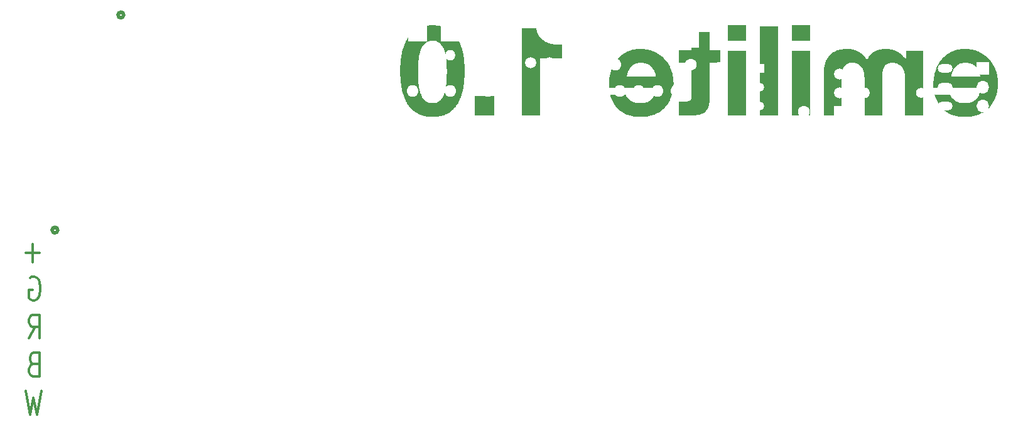
<source format=gbo>
G04 #@! TF.GenerationSoftware,KiCad,Pcbnew,7.0.10*
G04 #@! TF.CreationDate,2024-02-18T19:41:56-05:00*
G04 #@! TF.ProjectId,linearlight,6c696e65-6172-46c6-9967-68742e6b6963,rev?*
G04 #@! TF.SameCoordinates,Original*
G04 #@! TF.FileFunction,Legend,Bot*
G04 #@! TF.FilePolarity,Positive*
%FSLAX46Y46*%
G04 Gerber Fmt 4.6, Leading zero omitted, Abs format (unit mm)*
G04 Created by KiCad (PCBNEW 7.0.10) date 2024-02-18 19:41:56*
%MOMM*%
%LPD*%
G01*
G04 APERTURE LIST*
%ADD10C,0.300000*%
%ADD11C,0.200000*%
%ADD12C,0.508000*%
%ADD13C,1.600000*%
%ADD14C,1.400000*%
%ADD15O,1.400000X1.400000*%
%ADD16R,2.400000X2.400000*%
%ADD17C,2.400000*%
%ADD18O,2.400000X2.400000*%
%ADD19R,1.700000X1.700000*%
%ADD20O,1.700000X1.700000*%
%ADD21R,1.600000X1.600000*%
%ADD22O,1.600000X1.600000*%
%ADD23R,1.500000X1.500000*%
%ADD24C,1.500000*%
%ADD25R,1.800000X1.800000*%
%ADD26C,1.800000*%
%ADD27R,2.500000X2.500000*%
%ADD28C,1.803400*%
%ADD29C,3.784600*%
%ADD30C,2.000000*%
%ADD31C,3.200000*%
%ADD32R,1.905000X2.000000*%
%ADD33O,1.905000X2.000000*%
%ADD34C,5.000000*%
%ADD35C,2.286000*%
%ADD36C,2.794000*%
%ADD37C,4.572000*%
%ADD38R,2.000000X1.200000*%
%ADD39O,2.000000X1.200000*%
G04 APERTURE END LIST*
D10*
X128747393Y-119370733D02*
X126842632Y-119370733D01*
X127795012Y-120589780D02*
X127795012Y-118151685D01*
X127437870Y-122694161D02*
X127675965Y-122541780D01*
X127675965Y-122541780D02*
X128033108Y-122541780D01*
X128033108Y-122541780D02*
X128390251Y-122694161D01*
X128390251Y-122694161D02*
X128628346Y-122998923D01*
X128628346Y-122998923D02*
X128747393Y-123303685D01*
X128747393Y-123303685D02*
X128866441Y-123913209D01*
X128866441Y-123913209D02*
X128866441Y-124370352D01*
X128866441Y-124370352D02*
X128747393Y-124979876D01*
X128747393Y-124979876D02*
X128628346Y-125284638D01*
X128628346Y-125284638D02*
X128390251Y-125589400D01*
X128390251Y-125589400D02*
X128033108Y-125741780D01*
X128033108Y-125741780D02*
X127795012Y-125741780D01*
X127795012Y-125741780D02*
X127437870Y-125589400D01*
X127437870Y-125589400D02*
X127318822Y-125437019D01*
X127318822Y-125437019D02*
X127318822Y-124370352D01*
X127318822Y-124370352D02*
X127795012Y-124370352D01*
X127318822Y-130893780D02*
X128152155Y-129369971D01*
X128747393Y-130893780D02*
X128747393Y-127693780D01*
X128747393Y-127693780D02*
X127795012Y-127693780D01*
X127795012Y-127693780D02*
X127556917Y-127846161D01*
X127556917Y-127846161D02*
X127437870Y-127998542D01*
X127437870Y-127998542D02*
X127318822Y-128303304D01*
X127318822Y-128303304D02*
X127318822Y-128760447D01*
X127318822Y-128760447D02*
X127437870Y-129065209D01*
X127437870Y-129065209D02*
X127556917Y-129217590D01*
X127556917Y-129217590D02*
X127795012Y-129369971D01*
X127795012Y-129369971D02*
X128747393Y-129369971D01*
X127914060Y-134369590D02*
X127556917Y-134521971D01*
X127556917Y-134521971D02*
X127437870Y-134674352D01*
X127437870Y-134674352D02*
X127318822Y-134979114D01*
X127318822Y-134979114D02*
X127318822Y-135436257D01*
X127318822Y-135436257D02*
X127437870Y-135741019D01*
X127437870Y-135741019D02*
X127556917Y-135893400D01*
X127556917Y-135893400D02*
X127795012Y-136045780D01*
X127795012Y-136045780D02*
X128747393Y-136045780D01*
X128747393Y-136045780D02*
X128747393Y-132845780D01*
X128747393Y-132845780D02*
X127914060Y-132845780D01*
X127914060Y-132845780D02*
X127675965Y-132998161D01*
X127675965Y-132998161D02*
X127556917Y-133150542D01*
X127556917Y-133150542D02*
X127437870Y-133455304D01*
X127437870Y-133455304D02*
X127437870Y-133760066D01*
X127437870Y-133760066D02*
X127556917Y-134064828D01*
X127556917Y-134064828D02*
X127675965Y-134217209D01*
X127675965Y-134217209D02*
X127914060Y-134369590D01*
X127914060Y-134369590D02*
X128747393Y-134369590D01*
X128985489Y-137997780D02*
X128390251Y-141197780D01*
X128390251Y-141197780D02*
X127914060Y-138912066D01*
X127914060Y-138912066D02*
X127437870Y-141197780D01*
X127437870Y-141197780D02*
X126842632Y-137997780D01*
D11*
G36*
X253621493Y-91827616D02*
G01*
X253743996Y-91831772D01*
X253865126Y-91838699D01*
X253984881Y-91848396D01*
X254103262Y-91860864D01*
X254220270Y-91876103D01*
X254393205Y-91904155D01*
X254563049Y-91938442D01*
X254729802Y-91978962D01*
X254893464Y-92025717D01*
X255054035Y-92078705D01*
X255211514Y-92137927D01*
X255314783Y-92180872D01*
X255466123Y-92249685D01*
X255613496Y-92323136D01*
X255756902Y-92401223D01*
X255896341Y-92483947D01*
X256031812Y-92571307D01*
X256163317Y-92663305D01*
X256290855Y-92759939D01*
X256414426Y-92861210D01*
X256534029Y-92967118D01*
X256649666Y-93077663D01*
X256724553Y-93153935D01*
X256832668Y-93271349D01*
X256936094Y-93392782D01*
X257034832Y-93518233D01*
X257128882Y-93647703D01*
X257218243Y-93781191D01*
X257302916Y-93918698D01*
X257382901Y-94060223D01*
X257458197Y-94205767D01*
X257528805Y-94355330D01*
X257594725Y-94508911D01*
X257636067Y-94613531D01*
X257693160Y-94773011D01*
X257744637Y-94934912D01*
X257790498Y-95099235D01*
X257830744Y-95265980D01*
X257865374Y-95435145D01*
X257894388Y-95606733D01*
X257917787Y-95780741D01*
X257930266Y-95898092D01*
X257940250Y-96016520D01*
X257947737Y-96136023D01*
X257952729Y-96256603D01*
X257955225Y-96378259D01*
X257955537Y-96439490D01*
X257954323Y-96565588D01*
X257950683Y-96690358D01*
X257944615Y-96813800D01*
X257936120Y-96935914D01*
X257925197Y-97056699D01*
X257911848Y-97176157D01*
X257896071Y-97294287D01*
X257877868Y-97411088D01*
X257857237Y-97526562D01*
X257821739Y-97697282D01*
X257780781Y-97865013D01*
X257734362Y-98029757D01*
X257682481Y-98191513D01*
X257644860Y-98297690D01*
X257583766Y-98453898D01*
X257518086Y-98605985D01*
X257447822Y-98753951D01*
X257372972Y-98897794D01*
X257293537Y-99037517D01*
X257209516Y-99173117D01*
X257120910Y-99304596D01*
X257027719Y-99431953D01*
X256929943Y-99555189D01*
X256827581Y-99674303D01*
X256756793Y-99751423D01*
X256646866Y-99862758D01*
X256532509Y-99969250D01*
X256413721Y-100070898D01*
X256290503Y-100167704D01*
X256162853Y-100259668D01*
X256030773Y-100346788D01*
X255894263Y-100429065D01*
X255753321Y-100506500D01*
X255607949Y-100579091D01*
X255458146Y-100646840D01*
X255355816Y-100689316D01*
X255199041Y-100747980D01*
X255038659Y-100800874D01*
X254874671Y-100847997D01*
X254707076Y-100889351D01*
X254535876Y-100924934D01*
X254419738Y-100945450D01*
X254301998Y-100963402D01*
X254182655Y-100978789D01*
X254061709Y-100991612D01*
X253939160Y-101001870D01*
X253815008Y-101009564D01*
X253689254Y-101014693D01*
X253561896Y-101017257D01*
X253497616Y-101017578D01*
X253313587Y-101014865D01*
X253132992Y-101006724D01*
X252955832Y-100993158D01*
X252782107Y-100974164D01*
X252611816Y-100949743D01*
X252444960Y-100919896D01*
X252281539Y-100884622D01*
X252121552Y-100843921D01*
X251965000Y-100797794D01*
X251811883Y-100746239D01*
X251662200Y-100689258D01*
X251515952Y-100626851D01*
X251373139Y-100559016D01*
X251233760Y-100485754D01*
X251097816Y-100407066D01*
X250965307Y-100322951D01*
X250836621Y-100232540D01*
X250712149Y-100134961D01*
X250591890Y-100030215D01*
X250475844Y-99918302D01*
X250364011Y-99799222D01*
X250256392Y-99672975D01*
X250152985Y-99539561D01*
X250053792Y-99398981D01*
X249958812Y-99251233D01*
X249868046Y-99096318D01*
X249781492Y-98934236D01*
X249699152Y-98764987D01*
X249621024Y-98588571D01*
X249547110Y-98404989D01*
X249477410Y-98214239D01*
X249411922Y-98016322D01*
X251522180Y-98016322D01*
X251569607Y-98141644D01*
X251636784Y-98264820D01*
X251704744Y-98361815D01*
X251785344Y-98457436D01*
X251878584Y-98551683D01*
X251984463Y-98644556D01*
X252102982Y-98736056D01*
X252166981Y-98781290D01*
X252266604Y-98845716D01*
X252369833Y-98903805D01*
X252476668Y-98955557D01*
X252587110Y-99000972D01*
X252701158Y-99040050D01*
X252818812Y-99072791D01*
X252940073Y-99099195D01*
X253064940Y-99119262D01*
X253193414Y-99132992D01*
X253325494Y-99140385D01*
X253415551Y-99141793D01*
X253540115Y-99139892D01*
X253661015Y-99134191D01*
X253778251Y-99124688D01*
X253947237Y-99103308D01*
X254107979Y-99073374D01*
X254260478Y-99034889D01*
X254404734Y-98987851D01*
X254540747Y-98932261D01*
X254668517Y-98868119D01*
X254788043Y-98795424D01*
X254899326Y-98714177D01*
X254968935Y-98655261D01*
X255065750Y-98558232D01*
X255153961Y-98450693D01*
X255233568Y-98332643D01*
X255304571Y-98204084D01*
X255366970Y-98065014D01*
X255420765Y-97915434D01*
X255465957Y-97755345D01*
X255502545Y-97584745D01*
X255522157Y-97465173D01*
X255537945Y-97340929D01*
X255549909Y-97212015D01*
X255558049Y-97078429D01*
X249262445Y-97078429D01*
X249255210Y-96950534D01*
X249250355Y-96823302D01*
X249247882Y-96696735D01*
X249247791Y-96570832D01*
X249250081Y-96445592D01*
X249254752Y-96321017D01*
X249261804Y-96197106D01*
X249271238Y-96073859D01*
X249283053Y-95951275D01*
X249297250Y-95829356D01*
X249313828Y-95708101D01*
X249332787Y-95587510D01*
X249334515Y-95577801D01*
X251657002Y-95577801D01*
X255558049Y-95577801D01*
X255544677Y-95446093D01*
X255525463Y-95323937D01*
X255499236Y-95195328D01*
X255471175Y-95079958D01*
X255449605Y-95000411D01*
X255409694Y-94879648D01*
X255360304Y-94761359D01*
X255301434Y-94645542D01*
X255233084Y-94532198D01*
X255155254Y-94421327D01*
X255127205Y-94384919D01*
X255036220Y-94279406D01*
X254952372Y-94196516D01*
X254861224Y-94118206D01*
X254762778Y-94044475D01*
X254657033Y-93975324D01*
X254543990Y-93910752D01*
X254520505Y-93898387D01*
X254396714Y-93841816D01*
X254263478Y-93794832D01*
X254150088Y-93764149D01*
X254030654Y-93739603D01*
X253905174Y-93721193D01*
X253773649Y-93708920D01*
X253636079Y-93702783D01*
X253565027Y-93702016D01*
X253404629Y-93706215D01*
X253252061Y-93718812D01*
X253107324Y-93739806D01*
X252970418Y-93769198D01*
X252841343Y-93806988D01*
X252720100Y-93853176D01*
X252606687Y-93907761D01*
X252501106Y-93970744D01*
X252403355Y-94042125D01*
X252313435Y-94121904D01*
X252257840Y-94179755D01*
X252179349Y-94273221D01*
X252105444Y-94374466D01*
X252036123Y-94483491D01*
X251971389Y-94600296D01*
X251911239Y-94724880D01*
X251855675Y-94857243D01*
X251804696Y-94997386D01*
X251758302Y-95145308D01*
X251716494Y-95301010D01*
X251679270Y-95464492D01*
X251657002Y-95577801D01*
X249334515Y-95577801D01*
X249354128Y-95467583D01*
X249377850Y-95348320D01*
X249403954Y-95229721D01*
X249432438Y-95111786D01*
X249462915Y-94994984D01*
X249495728Y-94879786D01*
X249530876Y-94766190D01*
X249568360Y-94654197D01*
X249608179Y-94543807D01*
X249672287Y-94381227D01*
X249741650Y-94222254D01*
X249816268Y-94066886D01*
X249896141Y-93915126D01*
X249981269Y-93766971D01*
X250071653Y-93622424D01*
X250167291Y-93481482D01*
X250200338Y-93435303D01*
X250302408Y-93299994D01*
X250409681Y-93169941D01*
X250522157Y-93045142D01*
X250639838Y-92925599D01*
X250762721Y-92811310D01*
X250890809Y-92702277D01*
X251024099Y-92598498D01*
X251162594Y-92499975D01*
X251306292Y-92406707D01*
X251455193Y-92318693D01*
X251557351Y-92262937D01*
X251714848Y-92184893D01*
X251822650Y-92137128D01*
X251932697Y-92092775D01*
X252044988Y-92051834D01*
X252159522Y-92014305D01*
X252276301Y-91980187D01*
X252395324Y-91949481D01*
X252516590Y-91922187D01*
X252640101Y-91898305D01*
X252765855Y-91877834D01*
X252893854Y-91860775D01*
X253024096Y-91847128D01*
X253156583Y-91836893D01*
X253291313Y-91830069D01*
X253428288Y-91826658D01*
X253497616Y-91826231D01*
X253621493Y-91827616D01*
G37*
G36*
X247829228Y-92051912D02*
G01*
X247829228Y-100830000D01*
X245431741Y-100830000D01*
X245431741Y-95727278D01*
X245430118Y-95608018D01*
X245422905Y-95455816D01*
X245409922Y-95311400D01*
X245391169Y-95174769D01*
X245366645Y-95045923D01*
X245336351Y-94924863D01*
X245300287Y-94811588D01*
X245247093Y-94680942D01*
X245186686Y-94560113D01*
X245122701Y-94448586D01*
X245055138Y-94346362D01*
X244969340Y-94235972D01*
X244878390Y-94138977D01*
X244798663Y-94068381D01*
X244700226Y-93992990D01*
X244600552Y-93927284D01*
X244482703Y-93862870D01*
X244363171Y-93811639D01*
X244259375Y-93778220D01*
X244142748Y-93748527D01*
X244022168Y-93723523D01*
X243902719Y-93706779D01*
X243810945Y-93702016D01*
X243671727Y-93705085D01*
X243541301Y-93714289D01*
X243419668Y-93729631D01*
X243279992Y-93757437D01*
X243154054Y-93794832D01*
X243041855Y-93841816D01*
X242943394Y-93898387D01*
X242838362Y-93976457D01*
X242745283Y-94063389D01*
X242664156Y-94159182D01*
X242594982Y-94263836D01*
X242537761Y-94377352D01*
X242521343Y-94417159D01*
X242477894Y-94540223D01*
X242442071Y-94667615D01*
X242413872Y-94799334D01*
X242393299Y-94935382D01*
X242380350Y-95075756D01*
X242377728Y-95123510D01*
X242372662Y-95242864D01*
X242368454Y-95362791D01*
X242365106Y-95483291D01*
X242362616Y-95604363D01*
X242360984Y-95726007D01*
X242360211Y-95848224D01*
X242360143Y-95897271D01*
X242360143Y-100830000D01*
X239962655Y-100830000D01*
X239962655Y-95929511D01*
X239961224Y-95802414D01*
X239956930Y-95675747D01*
X239949775Y-95549508D01*
X239939757Y-95423699D01*
X239926877Y-95298320D01*
X239911135Y-95173370D01*
X239904036Y-95123510D01*
X239882856Y-95000177D01*
X239855951Y-94881137D01*
X239823322Y-94766390D01*
X239776610Y-94634362D01*
X239721656Y-94508516D01*
X239669563Y-94408367D01*
X239597779Y-94294885D01*
X239516515Y-94189647D01*
X239425771Y-94092652D01*
X239325547Y-94003900D01*
X239215844Y-93923392D01*
X239177170Y-93898387D01*
X239074445Y-93841816D01*
X238962274Y-93794832D01*
X238840658Y-93757437D01*
X238709597Y-93729631D01*
X238569091Y-93711413D01*
X238449885Y-93703742D01*
X238356514Y-93702016D01*
X238233736Y-93704672D01*
X238089408Y-93715463D01*
X237955242Y-93734554D01*
X237831236Y-93761945D01*
X237717391Y-93797637D01*
X237594190Y-93851424D01*
X237556374Y-93872009D01*
X237450415Y-93939981D01*
X237354553Y-94016403D01*
X237268790Y-94101273D01*
X237193124Y-94194593D01*
X237127556Y-94296362D01*
X237107944Y-94332163D01*
X237055016Y-94443583D01*
X237010537Y-94562423D01*
X236974508Y-94688681D01*
X236946927Y-94822358D01*
X236930398Y-94939423D01*
X236923297Y-95012135D01*
X236913165Y-95135239D01*
X236904750Y-95260919D01*
X236898052Y-95389175D01*
X236893072Y-95520007D01*
X236889809Y-95653415D01*
X236888263Y-95789400D01*
X236888126Y-95844515D01*
X236888126Y-100830000D01*
X234493569Y-100830000D01*
X234493569Y-94962309D01*
X234495655Y-94805654D01*
X234501915Y-94653327D01*
X234512348Y-94505327D01*
X234526954Y-94361655D01*
X234545733Y-94222311D01*
X234568685Y-94087294D01*
X234595810Y-93956605D01*
X234627109Y-93830244D01*
X234662580Y-93708210D01*
X234702225Y-93590504D01*
X234730973Y-93514438D01*
X234776585Y-93403266D01*
X234825495Y-93296165D01*
X234895837Y-93159694D01*
X234972041Y-93030459D01*
X235054106Y-92908460D01*
X235142034Y-92793696D01*
X235235823Y-92686168D01*
X235335474Y-92585876D01*
X235387498Y-92538443D01*
X235495667Y-92448547D01*
X235609148Y-92364970D01*
X235727942Y-92287713D01*
X235852048Y-92216775D01*
X235981466Y-92152158D01*
X236116196Y-92093860D01*
X236256239Y-92041882D01*
X236401594Y-91996224D01*
X236550521Y-91956382D01*
X236702745Y-91921852D01*
X236819078Y-91899441D01*
X236937264Y-91880018D01*
X237057306Y-91863583D01*
X237179202Y-91850136D01*
X237302953Y-91839678D01*
X237428559Y-91832207D01*
X237556019Y-91827725D01*
X237685334Y-91826231D01*
X237854105Y-91830069D01*
X238018600Y-91841584D01*
X238178819Y-91860775D01*
X238334761Y-91887643D01*
X238486427Y-91922187D01*
X238633817Y-91964408D01*
X238776931Y-92014305D01*
X238915769Y-92071878D01*
X239050330Y-92137128D01*
X239180616Y-92210055D01*
X239265097Y-92262937D01*
X239387397Y-92345455D01*
X239504802Y-92430343D01*
X239617314Y-92517601D01*
X239724930Y-92607228D01*
X239827652Y-92699226D01*
X239925480Y-92793593D01*
X240018414Y-92890330D01*
X240106453Y-92989438D01*
X240189597Y-93090915D01*
X240267848Y-93194762D01*
X240317295Y-93265310D01*
X240386676Y-93119010D01*
X240461826Y-92981263D01*
X240542747Y-92852068D01*
X240629438Y-92731426D01*
X240721899Y-92619335D01*
X240820130Y-92515797D01*
X240924132Y-92420812D01*
X241033904Y-92334378D01*
X241149446Y-92256497D01*
X241270758Y-92187169D01*
X241354839Y-92145701D01*
X241484171Y-92088608D01*
X241616080Y-92037131D01*
X241750564Y-91991270D01*
X241887624Y-91951024D01*
X242027261Y-91916394D01*
X242169473Y-91887380D01*
X242314261Y-91863981D01*
X242461625Y-91846198D01*
X242611566Y-91834031D01*
X242764082Y-91827479D01*
X242867191Y-91826231D01*
X243026533Y-91829477D01*
X243182527Y-91839214D01*
X243335172Y-91855443D01*
X243484469Y-91878163D01*
X243630416Y-91907375D01*
X243773015Y-91943078D01*
X243912265Y-91985273D01*
X244048166Y-92033960D01*
X244180718Y-92089138D01*
X244309922Y-92150807D01*
X244394197Y-92195526D01*
X244517244Y-92266899D01*
X244636890Y-92343629D01*
X244753137Y-92425718D01*
X244865983Y-92513164D01*
X244975428Y-92605969D01*
X245081473Y-92704132D01*
X245184118Y-92807652D01*
X245283363Y-92916531D01*
X245379207Y-93030768D01*
X245471651Y-93150363D01*
X245531392Y-93233070D01*
X245566563Y-93233070D01*
X245566563Y-92051912D01*
X247829228Y-92051912D01*
G37*
G36*
X230214434Y-90700760D02*
G01*
X230214434Y-88637397D01*
X232611922Y-88637397D01*
X232611922Y-90700760D01*
X230214434Y-90700760D01*
G37*
G36*
X232611922Y-92101737D02*
G01*
X232611922Y-100830000D01*
X230214434Y-100830000D01*
X230214434Y-92101737D01*
X232611922Y-92101737D01*
G37*
G36*
X228285893Y-88824975D02*
G01*
X228285893Y-100830000D01*
X225888405Y-100830000D01*
X225888405Y-88824975D01*
X228285893Y-88824975D01*
G37*
G36*
X221562376Y-90700760D02*
G01*
X221562376Y-88637397D01*
X223959863Y-88637397D01*
X223959863Y-90700760D01*
X221562376Y-90700760D01*
G37*
G36*
X223959863Y-92101737D02*
G01*
X223959863Y-100830000D01*
X221562376Y-100830000D01*
X221562376Y-92101737D01*
X223959863Y-92101737D01*
G37*
G36*
X216661887Y-92013810D02*
G01*
X216661887Y-89575289D01*
X219059375Y-89575289D01*
X219059375Y-92013810D01*
X220510177Y-92013810D01*
X220510177Y-93702016D01*
X219059375Y-93702016D01*
X219059375Y-98793014D01*
X219057443Y-98912824D01*
X219048856Y-99065758D01*
X219033400Y-99210907D01*
X219011075Y-99348271D01*
X218981880Y-99477849D01*
X218945816Y-99599642D01*
X218902883Y-99713650D01*
X218853080Y-99819873D01*
X218839556Y-99845212D01*
X218766999Y-99966184D01*
X218686714Y-100078140D01*
X218598700Y-100181080D01*
X218502959Y-100275003D01*
X218399490Y-100359911D01*
X218288293Y-100435803D01*
X218241650Y-100463635D01*
X218119719Y-100527978D01*
X217992064Y-100585451D01*
X217858685Y-100636055D01*
X217719581Y-100679790D01*
X217604176Y-100709832D01*
X217485108Y-100735478D01*
X217362376Y-100756727D01*
X217236896Y-100773900D01*
X217109584Y-100788784D01*
X216980441Y-100801377D01*
X216849466Y-100811681D01*
X216716659Y-100819696D01*
X216582020Y-100825420D01*
X216445549Y-100828855D01*
X216307247Y-100830000D01*
X216173741Y-100830000D01*
X216039205Y-100830000D01*
X215903639Y-100830000D01*
X215767042Y-100830000D01*
X215629415Y-100830000D01*
X215583311Y-100830000D01*
X215446096Y-100830000D01*
X215313621Y-100830000D01*
X215185886Y-100830000D01*
X215062890Y-100830000D01*
X214944635Y-100830000D01*
X214906270Y-100830000D01*
X214906270Y-98886803D01*
X215024871Y-98908905D01*
X215146937Y-98926852D01*
X215260910Y-98939560D01*
X215378318Y-98947288D01*
X215499734Y-98952154D01*
X215625156Y-98954157D01*
X215650722Y-98954214D01*
X215796077Y-98951100D01*
X215928792Y-98941758D01*
X216048868Y-98926188D01*
X216181189Y-98897966D01*
X216293760Y-98860013D01*
X216402776Y-98801624D01*
X216459654Y-98754912D01*
X216538454Y-98648644D01*
X216590592Y-98527194D01*
X216623178Y-98404576D01*
X216645890Y-98262496D01*
X216656950Y-98134818D01*
X216661690Y-97994684D01*
X216661887Y-97957704D01*
X216661887Y-93702016D01*
X214906270Y-93702016D01*
X214906270Y-92013810D01*
X216661887Y-92013810D01*
G37*
G36*
X209880530Y-91827616D02*
G01*
X210003033Y-91831772D01*
X210124163Y-91838699D01*
X210243918Y-91848396D01*
X210362299Y-91860864D01*
X210479307Y-91876103D01*
X210652242Y-91904155D01*
X210822086Y-91938442D01*
X210988839Y-91978962D01*
X211152501Y-92025717D01*
X211313072Y-92078705D01*
X211470551Y-92137927D01*
X211573820Y-92180872D01*
X211725160Y-92249685D01*
X211872533Y-92323136D01*
X212015939Y-92401223D01*
X212155378Y-92483947D01*
X212290849Y-92571307D01*
X212422354Y-92663305D01*
X212549892Y-92759939D01*
X212673463Y-92861210D01*
X212793066Y-92967118D01*
X212908703Y-93077663D01*
X212983590Y-93153935D01*
X213091705Y-93271349D01*
X213195131Y-93392782D01*
X213293869Y-93518233D01*
X213387919Y-93647703D01*
X213477280Y-93781191D01*
X213561953Y-93918698D01*
X213641938Y-94060223D01*
X213717234Y-94205767D01*
X213787842Y-94355330D01*
X213853762Y-94508911D01*
X213895104Y-94613531D01*
X213952197Y-94773011D01*
X214003674Y-94934912D01*
X214049535Y-95099235D01*
X214089781Y-95265980D01*
X214124411Y-95435145D01*
X214153425Y-95606733D01*
X214176824Y-95780741D01*
X214189303Y-95898092D01*
X214199287Y-96016520D01*
X214206774Y-96136023D01*
X214211766Y-96256603D01*
X214214262Y-96378259D01*
X214214574Y-96439490D01*
X214213360Y-96565588D01*
X214209719Y-96690358D01*
X214203652Y-96813800D01*
X214195157Y-96935914D01*
X214184234Y-97056699D01*
X214170885Y-97176157D01*
X214155108Y-97294287D01*
X214136905Y-97411088D01*
X214116274Y-97526562D01*
X214080776Y-97697282D01*
X214039818Y-97865013D01*
X213993399Y-98029757D01*
X213941518Y-98191513D01*
X213903897Y-98297690D01*
X213842803Y-98453898D01*
X213777123Y-98605985D01*
X213706859Y-98753951D01*
X213632009Y-98897794D01*
X213552574Y-99037517D01*
X213468553Y-99173117D01*
X213379947Y-99304596D01*
X213286756Y-99431953D01*
X213188980Y-99555189D01*
X213086618Y-99674303D01*
X213015830Y-99751423D01*
X212905903Y-99862758D01*
X212791546Y-99969250D01*
X212672758Y-100070898D01*
X212549540Y-100167704D01*
X212421890Y-100259668D01*
X212289810Y-100346788D01*
X212153300Y-100429065D01*
X212012358Y-100506500D01*
X211866986Y-100579091D01*
X211717183Y-100646840D01*
X211614853Y-100689316D01*
X211458078Y-100747980D01*
X211297696Y-100800874D01*
X211133708Y-100847997D01*
X210966113Y-100889351D01*
X210794913Y-100924934D01*
X210678775Y-100945450D01*
X210561035Y-100963402D01*
X210441692Y-100978789D01*
X210320746Y-100991612D01*
X210198197Y-101001870D01*
X210074045Y-101009564D01*
X209948291Y-101014693D01*
X209820933Y-101017257D01*
X209756653Y-101017578D01*
X209572624Y-101014865D01*
X209392029Y-101006724D01*
X209214869Y-100993158D01*
X209041144Y-100974164D01*
X208870853Y-100949743D01*
X208703997Y-100919896D01*
X208540576Y-100884622D01*
X208380589Y-100843921D01*
X208224037Y-100797794D01*
X208070920Y-100746239D01*
X207921237Y-100689258D01*
X207774989Y-100626851D01*
X207632176Y-100559016D01*
X207492797Y-100485754D01*
X207356853Y-100407066D01*
X207224344Y-100322951D01*
X207095658Y-100232540D01*
X206971186Y-100134961D01*
X206850927Y-100030215D01*
X206734881Y-99918302D01*
X206623048Y-99799222D01*
X206515429Y-99672975D01*
X206412022Y-99539561D01*
X206312829Y-99398981D01*
X206217849Y-99251233D01*
X206127083Y-99096318D01*
X206040529Y-98934236D01*
X205958189Y-98764987D01*
X205880061Y-98588571D01*
X205806147Y-98404989D01*
X205736447Y-98214239D01*
X205670959Y-98016322D01*
X207781217Y-98016322D01*
X207828644Y-98141644D01*
X207895821Y-98264820D01*
X207963781Y-98361815D01*
X208044381Y-98457436D01*
X208137621Y-98551683D01*
X208243500Y-98644556D01*
X208362019Y-98736056D01*
X208426018Y-98781290D01*
X208525641Y-98845716D01*
X208628870Y-98903805D01*
X208735705Y-98955557D01*
X208846147Y-99000972D01*
X208960195Y-99040050D01*
X209077849Y-99072791D01*
X209199110Y-99099195D01*
X209323977Y-99119262D01*
X209452451Y-99132992D01*
X209584531Y-99140385D01*
X209674588Y-99141793D01*
X209799152Y-99139892D01*
X209920052Y-99134191D01*
X210037288Y-99124688D01*
X210206274Y-99103308D01*
X210367016Y-99073374D01*
X210519515Y-99034889D01*
X210663771Y-98987851D01*
X210799784Y-98932261D01*
X210927554Y-98868119D01*
X211047080Y-98795424D01*
X211158363Y-98714177D01*
X211227972Y-98655261D01*
X211324787Y-98558232D01*
X211412998Y-98450693D01*
X211492605Y-98332643D01*
X211563608Y-98204084D01*
X211626007Y-98065014D01*
X211679802Y-97915434D01*
X211724994Y-97755345D01*
X211761582Y-97584745D01*
X211781194Y-97465173D01*
X211796982Y-97340929D01*
X211808946Y-97212015D01*
X211817086Y-97078429D01*
X205521482Y-97078429D01*
X205514247Y-96950534D01*
X205509392Y-96823302D01*
X205506919Y-96696735D01*
X205506828Y-96570832D01*
X205509118Y-96445592D01*
X205513789Y-96321017D01*
X205520841Y-96197106D01*
X205530275Y-96073859D01*
X205542090Y-95951275D01*
X205556287Y-95829356D01*
X205572865Y-95708101D01*
X205591824Y-95587510D01*
X205593552Y-95577801D01*
X207916039Y-95577801D01*
X211817086Y-95577801D01*
X211803714Y-95446093D01*
X211784500Y-95323937D01*
X211758273Y-95195328D01*
X211730212Y-95079958D01*
X211708642Y-95000411D01*
X211668731Y-94879648D01*
X211619341Y-94761359D01*
X211560471Y-94645542D01*
X211492121Y-94532198D01*
X211414291Y-94421327D01*
X211386242Y-94384919D01*
X211295257Y-94279406D01*
X211211409Y-94196516D01*
X211120261Y-94118206D01*
X211021815Y-94044475D01*
X210916070Y-93975324D01*
X210803027Y-93910752D01*
X210779542Y-93898387D01*
X210655751Y-93841816D01*
X210522515Y-93794832D01*
X210409125Y-93764149D01*
X210289690Y-93739603D01*
X210164211Y-93721193D01*
X210032686Y-93708920D01*
X209895116Y-93702783D01*
X209824064Y-93702016D01*
X209663666Y-93706215D01*
X209511098Y-93718812D01*
X209366361Y-93739806D01*
X209229455Y-93769198D01*
X209100380Y-93806988D01*
X208979137Y-93853176D01*
X208865724Y-93907761D01*
X208760143Y-93970744D01*
X208662392Y-94042125D01*
X208572472Y-94121904D01*
X208516877Y-94179755D01*
X208438386Y-94273221D01*
X208364481Y-94374466D01*
X208295160Y-94483491D01*
X208230426Y-94600296D01*
X208170276Y-94724880D01*
X208114712Y-94857243D01*
X208063733Y-94997386D01*
X208017339Y-95145308D01*
X207975531Y-95301010D01*
X207938307Y-95464492D01*
X207916039Y-95577801D01*
X205593552Y-95577801D01*
X205613165Y-95467583D01*
X205636887Y-95348320D01*
X205662991Y-95229721D01*
X205691475Y-95111786D01*
X205721952Y-94994984D01*
X205754765Y-94879786D01*
X205789913Y-94766190D01*
X205827397Y-94654197D01*
X205867216Y-94543807D01*
X205931324Y-94381227D01*
X206000687Y-94222254D01*
X206075305Y-94066886D01*
X206155178Y-93915126D01*
X206240306Y-93766971D01*
X206330689Y-93622424D01*
X206426328Y-93481482D01*
X206459375Y-93435303D01*
X206561445Y-93299994D01*
X206668718Y-93169941D01*
X206781194Y-93045142D01*
X206898875Y-92925599D01*
X207021758Y-92811310D01*
X207149846Y-92702277D01*
X207283136Y-92598498D01*
X207421631Y-92499975D01*
X207565328Y-92406707D01*
X207714230Y-92318693D01*
X207816388Y-92262937D01*
X207973885Y-92184893D01*
X208081687Y-92137128D01*
X208191734Y-92092775D01*
X208304025Y-92051834D01*
X208418559Y-92014305D01*
X208535338Y-91980187D01*
X208654361Y-91949481D01*
X208775627Y-91922187D01*
X208899138Y-91898305D01*
X209024892Y-91877834D01*
X209152891Y-91860775D01*
X209283133Y-91847128D01*
X209415620Y-91836893D01*
X209550350Y-91830069D01*
X209687325Y-91826658D01*
X209756653Y-91826231D01*
X209880530Y-91827616D01*
G37*
G36*
X193783171Y-100830000D02*
G01*
X193783171Y-89012554D01*
X195691196Y-89012554D01*
X195712337Y-89132149D01*
X195737289Y-89248034D01*
X195776490Y-89396778D01*
X195822469Y-89538927D01*
X195875226Y-89674482D01*
X195934760Y-89803442D01*
X196001072Y-89925808D01*
X196074161Y-90041579D01*
X196113248Y-90096992D01*
X196195405Y-90203558D01*
X196282142Y-90304904D01*
X196373458Y-90401028D01*
X196469354Y-90491933D01*
X196569829Y-90577616D01*
X196674884Y-90658079D01*
X196784519Y-90733321D01*
X196898733Y-90803342D01*
X197016382Y-90867502D01*
X197137786Y-90926624D01*
X197262945Y-90980708D01*
X197391859Y-91029755D01*
X197524529Y-91073765D01*
X197660954Y-91112737D01*
X197801134Y-91146671D01*
X197945069Y-91175568D01*
X198091523Y-91199382D01*
X198239260Y-91219532D01*
X198388278Y-91236018D01*
X198538579Y-91248841D01*
X198690163Y-91258000D01*
X198843028Y-91263496D01*
X198997176Y-91265327D01*
X199152606Y-91263496D01*
X199152606Y-93139281D01*
X196180659Y-93139281D01*
X196180659Y-100830000D01*
X193783171Y-100830000D01*
G37*
G36*
X190055048Y-98203900D02*
G01*
X190055048Y-100830000D01*
X187405502Y-100830000D01*
X187405502Y-98203900D01*
X190055048Y-98203900D01*
G37*
G36*
X181889430Y-88640101D02*
G01*
X182051821Y-88648216D01*
X182212563Y-88661740D01*
X182371657Y-88680673D01*
X182529102Y-88705017D01*
X182684898Y-88734769D01*
X182839046Y-88769932D01*
X182991545Y-88810504D01*
X183142396Y-88856485D01*
X183291598Y-88907876D01*
X183390150Y-88945143D01*
X183535728Y-89005902D01*
X183677906Y-89073874D01*
X183816683Y-89149059D01*
X183952061Y-89231456D01*
X184084038Y-89321067D01*
X184212614Y-89417890D01*
X184337791Y-89521926D01*
X184459567Y-89633175D01*
X184577943Y-89751636D01*
X184692918Y-89877311D01*
X184767679Y-89965101D01*
X184876000Y-90103312D01*
X184945838Y-90200032D01*
X185013776Y-90300416D01*
X185079813Y-90404463D01*
X185143950Y-90512174D01*
X185206186Y-90623549D01*
X185266521Y-90738587D01*
X185324956Y-90857289D01*
X185381491Y-90979655D01*
X185436125Y-91105684D01*
X185488859Y-91235377D01*
X185539692Y-91368734D01*
X185588624Y-91505754D01*
X185635656Y-91646438D01*
X185680788Y-91790785D01*
X185702641Y-91864333D01*
X185744521Y-92014497D01*
X185783699Y-92168965D01*
X185820175Y-92327738D01*
X185853949Y-92490816D01*
X185885022Y-92658199D01*
X185913392Y-92829886D01*
X185939060Y-93005878D01*
X185962027Y-93186175D01*
X185982291Y-93370777D01*
X185999854Y-93559684D01*
X186014714Y-93752895D01*
X186026873Y-93950411D01*
X186036330Y-94152232D01*
X186043085Y-94358358D01*
X186047138Y-94568788D01*
X186048489Y-94783524D01*
X186047138Y-95005071D01*
X186043085Y-95222016D01*
X186036330Y-95434358D01*
X186026873Y-95642098D01*
X186014714Y-95845236D01*
X185999854Y-96043771D01*
X185982291Y-96237704D01*
X185962027Y-96427034D01*
X185939060Y-96611761D01*
X185913392Y-96791887D01*
X185885022Y-96967410D01*
X185853949Y-97138330D01*
X185820175Y-97304648D01*
X185783699Y-97466363D01*
X185744521Y-97623476D01*
X185702641Y-97775987D01*
X185658460Y-97923941D01*
X185612378Y-98068117D01*
X185564396Y-98208514D01*
X185514513Y-98345134D01*
X185462729Y-98477975D01*
X185409046Y-98607038D01*
X185353461Y-98732324D01*
X185295976Y-98853831D01*
X185236591Y-98971559D01*
X185175305Y-99085510D01*
X185112119Y-99195683D01*
X185047032Y-99302077D01*
X184980045Y-99404694D01*
X184911157Y-99503532D01*
X184840368Y-99598592D01*
X184767679Y-99689874D01*
X184654971Y-99820383D01*
X184538862Y-99943730D01*
X184419353Y-100059916D01*
X184296443Y-100168941D01*
X184170133Y-100270805D01*
X184040423Y-100365507D01*
X183907313Y-100453048D01*
X183770802Y-100533428D01*
X183630891Y-100606646D01*
X183487580Y-100672703D01*
X183390150Y-100712763D01*
X183242047Y-100767237D01*
X183092295Y-100816352D01*
X182940895Y-100860110D01*
X182787847Y-100898510D01*
X182633149Y-100931551D01*
X182476803Y-100959234D01*
X182318809Y-100981560D01*
X182159166Y-100998527D01*
X181997874Y-101010136D01*
X181834933Y-101016387D01*
X181725390Y-101017578D01*
X181558732Y-101014899D01*
X181393979Y-101006862D01*
X181231133Y-100993467D01*
X181070194Y-100974713D01*
X180911160Y-100950602D01*
X180754033Y-100921133D01*
X180598812Y-100886305D01*
X180445497Y-100846120D01*
X180294088Y-100800576D01*
X180144586Y-100749674D01*
X180045976Y-100712763D01*
X179900347Y-100651480D01*
X179758014Y-100583036D01*
X179618979Y-100507430D01*
X179483241Y-100424663D01*
X179350800Y-100334735D01*
X179221657Y-100237646D01*
X179095811Y-100133395D01*
X178973262Y-100021983D01*
X178854010Y-99903410D01*
X178738056Y-99777675D01*
X178662585Y-99689874D01*
X178588476Y-99598592D01*
X178516360Y-99503532D01*
X178446235Y-99404694D01*
X178378103Y-99302077D01*
X178311963Y-99195683D01*
X178247815Y-99085510D01*
X178185659Y-98971559D01*
X178125495Y-98853831D01*
X178067323Y-98732324D01*
X178011144Y-98607038D01*
X177956956Y-98477975D01*
X177904760Y-98345134D01*
X177854557Y-98208514D01*
X177806346Y-98068117D01*
X177760127Y-97923941D01*
X177715900Y-97775987D01*
X177674020Y-97623476D01*
X177634842Y-97466363D01*
X177598365Y-97304648D01*
X177564591Y-97138330D01*
X177533519Y-96967410D01*
X177505149Y-96791887D01*
X177479480Y-96611761D01*
X177456514Y-96427034D01*
X177436249Y-96237704D01*
X177418687Y-96043771D01*
X177403826Y-95845236D01*
X177391667Y-95642098D01*
X177382211Y-95434358D01*
X177375456Y-95222016D01*
X177371403Y-95005071D01*
X177370588Y-94871451D01*
X179767540Y-94871451D01*
X179768089Y-95002335D01*
X179769738Y-95139996D01*
X179772486Y-95284435D01*
X179776332Y-95435652D01*
X179779939Y-95553513D01*
X179784163Y-95675186D01*
X179789006Y-95800671D01*
X179794467Y-95929969D01*
X179800547Y-96063079D01*
X179802711Y-96108297D01*
X179810044Y-96244146D01*
X179819953Y-96379120D01*
X179832438Y-96513218D01*
X179847499Y-96646440D01*
X179865136Y-96778786D01*
X179885349Y-96910257D01*
X179908138Y-97040851D01*
X179933503Y-97170570D01*
X179961444Y-97299413D01*
X179991961Y-97427380D01*
X180013736Y-97512205D01*
X180048667Y-97636874D01*
X180087513Y-97758092D01*
X180130275Y-97875858D01*
X180176952Y-97990173D01*
X180227544Y-98101035D01*
X180282052Y-98208446D01*
X180340476Y-98312404D01*
X180402815Y-98412911D01*
X180469070Y-98509966D01*
X180563500Y-98634003D01*
X180588196Y-98664054D01*
X180692518Y-98776024D01*
X180807648Y-98873065D01*
X180933586Y-98955176D01*
X181070331Y-99022358D01*
X181217884Y-99074611D01*
X181335642Y-99104003D01*
X181459479Y-99124997D01*
X181589395Y-99137594D01*
X181725390Y-99141793D01*
X181858715Y-99137594D01*
X181986116Y-99124997D01*
X182107591Y-99104003D01*
X182223142Y-99074611D01*
X182367993Y-99022358D01*
X182502312Y-98955176D01*
X182626097Y-98873065D01*
X182739349Y-98776024D01*
X182842069Y-98664054D01*
X182935537Y-98541551D01*
X183022503Y-98412911D01*
X183083460Y-98312404D01*
X183140759Y-98208446D01*
X183194399Y-98101035D01*
X183244382Y-97990173D01*
X183290707Y-97875858D01*
X183333375Y-97758092D01*
X183372384Y-97636874D01*
X183407735Y-97512205D01*
X183439471Y-97384822D01*
X183468735Y-97256563D01*
X183495525Y-97127428D01*
X183519842Y-96997417D01*
X183541687Y-96866531D01*
X183561058Y-96734768D01*
X183577957Y-96602130D01*
X183592383Y-96468616D01*
X183604335Y-96334226D01*
X183613815Y-96198960D01*
X183618761Y-96108297D01*
X183624522Y-95973916D01*
X183629717Y-95843347D01*
X183634346Y-95716590D01*
X183638407Y-95593647D01*
X183641902Y-95474515D01*
X183645680Y-95321604D01*
X183648451Y-95175470D01*
X183650214Y-95036115D01*
X183650969Y-94903536D01*
X183651001Y-94871451D01*
X183650692Y-94751512D01*
X183649764Y-94622506D01*
X183648219Y-94484433D01*
X183646459Y-94362445D01*
X183644269Y-94234160D01*
X183642208Y-94126999D01*
X183638459Y-93989956D01*
X183632706Y-93851768D01*
X183624949Y-93712435D01*
X183615189Y-93571957D01*
X183603425Y-93430334D01*
X183589658Y-93287567D01*
X183583590Y-93230139D01*
X183566374Y-93085711D01*
X183545866Y-92941856D01*
X183522066Y-92798573D01*
X183494976Y-92655863D01*
X183464593Y-92513725D01*
X183430919Y-92372160D01*
X183416528Y-92315694D01*
X183376757Y-92176089D01*
X183332550Y-92041207D01*
X183283907Y-91911047D01*
X183230827Y-91785611D01*
X183173311Y-91664896D01*
X183111358Y-91548905D01*
X183085334Y-91503831D01*
X183016527Y-91395381D01*
X182941994Y-91293515D01*
X182861738Y-91198231D01*
X182775757Y-91109531D01*
X182684051Y-91027414D01*
X182586621Y-90951880D01*
X182546046Y-90923510D01*
X182438684Y-90859339D01*
X182323594Y-90806044D01*
X182200777Y-90763626D01*
X182070231Y-90732084D01*
X181931957Y-90711419D01*
X181785955Y-90701630D01*
X181725390Y-90700760D01*
X181605406Y-90704241D01*
X181462123Y-90718380D01*
X181326282Y-90743396D01*
X181197883Y-90779288D01*
X181076926Y-90826057D01*
X180963410Y-90883702D01*
X180898872Y-90923510D01*
X180796405Y-90996410D01*
X180699662Y-91075894D01*
X180608643Y-91161961D01*
X180523349Y-91254611D01*
X180443779Y-91353845D01*
X180369934Y-91459661D01*
X180341999Y-91503831D01*
X180276025Y-91617933D01*
X180215489Y-91736758D01*
X180160391Y-91860306D01*
X180110731Y-91988576D01*
X180066510Y-92121569D01*
X180027727Y-92259285D01*
X180013736Y-92315694D01*
X179980220Y-92457030D01*
X179949279Y-92598939D01*
X179920915Y-92741421D01*
X179895126Y-92884474D01*
X179871913Y-93028101D01*
X179851277Y-93172299D01*
X179843743Y-93230139D01*
X179826642Y-93373365D01*
X179811973Y-93515445D01*
X179799737Y-93656381D01*
X179789934Y-93796172D01*
X179782563Y-93934818D01*
X179777626Y-94072319D01*
X179776332Y-94126999D01*
X179773799Y-94260321D01*
X179771696Y-94387346D01*
X179770021Y-94508075D01*
X179768579Y-94644637D01*
X179767754Y-94772132D01*
X179767540Y-94871451D01*
X177370588Y-94871451D01*
X177370052Y-94783524D01*
X177371403Y-94568788D01*
X177375456Y-94358358D01*
X177382211Y-94152232D01*
X177391667Y-93950411D01*
X177403826Y-93752895D01*
X177418687Y-93559684D01*
X177436249Y-93370777D01*
X177456514Y-93186175D01*
X177479480Y-93005878D01*
X177505149Y-92829886D01*
X177533519Y-92658199D01*
X177564591Y-92490816D01*
X177598365Y-92327738D01*
X177634842Y-92168965D01*
X177674020Y-92014497D01*
X177715900Y-91864333D01*
X177760127Y-91718154D01*
X177806346Y-91575638D01*
X177854557Y-91436786D01*
X177904760Y-91301598D01*
X177956956Y-91170073D01*
X178011144Y-91042212D01*
X178067323Y-90918014D01*
X178125495Y-90797480D01*
X178185659Y-90680610D01*
X178247815Y-90567404D01*
X178311963Y-90457861D01*
X178378103Y-90351981D01*
X178446235Y-90249766D01*
X178516360Y-90151214D01*
X178588476Y-90056325D01*
X178662585Y-89965101D01*
X178776341Y-89834618D01*
X178893394Y-89711348D01*
X179013745Y-89595290D01*
X179137393Y-89486446D01*
X179264338Y-89384814D01*
X179394581Y-89290395D01*
X179528121Y-89203189D01*
X179664958Y-89123196D01*
X179805092Y-89050415D01*
X179948524Y-88984847D01*
X180045976Y-88945143D01*
X180194208Y-88890145D01*
X180344346Y-88840557D01*
X180496390Y-88796379D01*
X180650340Y-88757610D01*
X180806197Y-88724251D01*
X180963959Y-88696301D01*
X181123628Y-88673761D01*
X181285204Y-88656631D01*
X181448685Y-88644910D01*
X181614073Y-88638599D01*
X181725390Y-88637397D01*
X181889430Y-88640101D01*
G37*
D12*
X131191000Y-116277400D02*
G75*
G03*
X130429000Y-116277400I-381000J0D01*
G01*
X130429000Y-116277400D02*
G75*
G03*
X131191000Y-116277400I381000J0D01*
G01*
X140081000Y-87249000D02*
G75*
G03*
X139319000Y-87249000I-381000J0D01*
G01*
X139319000Y-87249000D02*
G75*
G03*
X140081000Y-87249000I381000J0D01*
G01*
%LPC*%
D13*
X189230000Y-90825000D03*
X189230000Y-93325000D03*
D14*
X213868000Y-115824000D03*
D15*
X206248000Y-115824000D03*
D16*
X147400000Y-112395000D03*
D17*
X152400000Y-112395000D03*
X158640000Y-120015000D03*
D18*
X163720000Y-120015000D03*
D19*
X261620000Y-123825000D03*
D20*
X261620000Y-126365000D03*
X261620000Y-128905000D03*
X261620000Y-131445000D03*
D21*
X151765000Y-100457000D03*
D22*
X154305000Y-100457000D03*
X156845000Y-100457000D03*
X159385000Y-100457000D03*
X161925000Y-100457000D03*
X164465000Y-100457000D03*
X167005000Y-100457000D03*
X167005000Y-92837000D03*
X164465000Y-92837000D03*
X161925000Y-92837000D03*
X159385000Y-92837000D03*
X156845000Y-92837000D03*
X154305000Y-92837000D03*
X151765000Y-92837000D03*
D14*
X247650000Y-122555000D03*
D15*
X240030000Y-122555000D03*
D14*
X193294000Y-113284000D03*
D15*
X200914000Y-113284000D03*
D19*
X255905000Y-94488000D03*
D20*
X255905000Y-97028000D03*
X255905000Y-99568000D03*
X255905000Y-102108000D03*
X255905000Y-104648000D03*
X255905000Y-107188000D03*
X255905000Y-109728000D03*
X255905000Y-112268000D03*
X255905000Y-114808000D03*
X255905000Y-117348000D03*
X255905000Y-119888000D03*
X255905000Y-122428000D03*
X255905000Y-124968000D03*
X255905000Y-127508000D03*
X255905000Y-130048000D03*
X255905000Y-132588000D03*
X255905000Y-135128000D03*
X255905000Y-137668000D03*
X255905000Y-140208000D03*
D14*
X213868000Y-108204000D03*
D15*
X206248000Y-108204000D03*
D13*
X216535000Y-93980000D03*
D22*
X206375000Y-93980000D03*
D23*
X236580000Y-116840000D03*
D24*
X236580000Y-114300000D03*
X236580000Y-111760000D03*
D13*
X170180000Y-100290000D03*
X170180000Y-97790000D03*
D25*
X142875000Y-103505000D03*
D26*
X145415000Y-103505000D03*
D27*
X143510000Y-97155000D03*
X175260000Y-89535000D03*
D19*
X220345000Y-140208000D03*
D20*
X220345000Y-137668000D03*
X220345000Y-135128000D03*
X220345000Y-132588000D03*
X220345000Y-130048000D03*
X220345000Y-127508000D03*
X220345000Y-124968000D03*
X220345000Y-122428000D03*
X220345000Y-119888000D03*
X220345000Y-117348000D03*
X220345000Y-114808000D03*
X220345000Y-112268000D03*
X220345000Y-109728000D03*
X220345000Y-107188000D03*
X220345000Y-104648000D03*
X220345000Y-102108000D03*
X220345000Y-99568000D03*
X220345000Y-97028000D03*
X220345000Y-94488000D03*
D13*
X231755000Y-109855000D03*
X229255000Y-109855000D03*
D14*
X186055000Y-113665000D03*
D15*
X186055000Y-121285000D03*
D14*
X167005000Y-113665000D03*
D15*
X167005000Y-121285000D03*
D28*
X130810000Y-119587000D03*
X130810000Y-124587000D03*
X130810000Y-129587000D03*
X130810000Y-134587001D03*
X130810000Y-139587001D03*
D13*
X200680000Y-93980000D03*
X203180000Y-93980000D03*
D19*
X261620000Y-117475000D03*
D20*
X261620000Y-114935000D03*
X261620000Y-112395000D03*
X261620000Y-109855000D03*
X261620000Y-107315000D03*
X261620000Y-104775000D03*
X261620000Y-102235000D03*
X261620000Y-99695000D03*
D14*
X170180000Y-113665000D03*
D15*
X170180000Y-121285000D03*
D13*
X151790000Y-89662000D03*
X154290000Y-89662000D03*
D29*
X140792200Y-133985000D03*
D30*
X142519400Y-130175000D03*
X139065000Y-137795000D03*
D31*
X262255000Y-138430000D03*
D14*
X213868000Y-113284000D03*
D15*
X206248000Y-113284000D03*
D13*
X173355000Y-100330000D03*
X173355000Y-102830000D03*
D32*
X168275000Y-139700000D03*
D33*
X170815000Y-139700000D03*
X173355000Y-139700000D03*
D13*
X166985000Y-89535000D03*
X164485000Y-89535000D03*
D14*
X198755000Y-89535000D03*
D15*
X206375000Y-89535000D03*
D14*
X247650000Y-114300000D03*
D15*
X240030000Y-114300000D03*
D21*
X161925000Y-103505000D03*
D22*
X161925000Y-111125000D03*
D23*
X236580000Y-125095000D03*
D24*
X236580000Y-122555000D03*
X236580000Y-120015000D03*
D14*
X233680000Y-128270000D03*
D15*
X233680000Y-135890000D03*
D34*
X186690000Y-132842000D03*
D14*
X247650000Y-106045000D03*
D15*
X240030000Y-106045000D03*
D13*
X138470000Y-116840000D03*
X140970000Y-116840000D03*
D21*
X176525000Y-105127000D03*
D22*
X179065000Y-105127000D03*
X181605000Y-105127000D03*
X184145000Y-105127000D03*
X186685000Y-105127000D03*
X189225000Y-105127000D03*
X191765000Y-105127000D03*
X191765000Y-97507000D03*
X189225000Y-97507000D03*
X186685000Y-97507000D03*
X184145000Y-97507000D03*
X181605000Y-97507000D03*
X179065000Y-97507000D03*
X176525000Y-97507000D03*
D17*
X206265000Y-120015000D03*
D18*
X211345000Y-120015000D03*
D14*
X135890000Y-114935000D03*
D15*
X128270000Y-114935000D03*
D21*
X199385000Y-105156000D03*
D22*
X201925000Y-105156000D03*
X204465000Y-105156000D03*
X207005000Y-105156000D03*
X209545000Y-105156000D03*
X212085000Y-105156000D03*
X214625000Y-105156000D03*
X214625000Y-97536000D03*
X212085000Y-97536000D03*
X209545000Y-97536000D03*
X207005000Y-97536000D03*
X204465000Y-97536000D03*
X201925000Y-97536000D03*
X199385000Y-97536000D03*
D32*
X184150000Y-139700000D03*
D33*
X186690000Y-139700000D03*
X189230000Y-139700000D03*
D32*
X143510000Y-120650000D03*
D33*
X140970000Y-120650000D03*
X138430000Y-120650000D03*
D21*
X165735000Y-103505000D03*
D22*
X165735000Y-111125000D03*
D27*
X179705000Y-89535000D03*
D21*
X213360000Y-138430000D03*
D13*
X215860000Y-138430000D03*
D34*
X202565000Y-132842000D03*
D21*
X158115000Y-103505000D03*
D22*
X158115000Y-111125000D03*
D14*
X247650000Y-97790000D03*
D15*
X240030000Y-97790000D03*
D32*
X200025000Y-139700000D03*
D33*
X202565000Y-139700000D03*
X205105000Y-139700000D03*
D31*
X146050000Y-91567000D03*
D14*
X240030000Y-128270000D03*
D15*
X240030000Y-135890000D03*
D13*
X148590000Y-97175000D03*
X148590000Y-99675000D03*
D23*
X236580000Y-108585000D03*
D24*
X236580000Y-106045000D03*
X236580000Y-103505000D03*
D14*
X182880000Y-113665000D03*
D15*
X182880000Y-121285000D03*
D14*
X213868000Y-110744000D03*
D15*
X206248000Y-110744000D03*
D14*
X193294000Y-110744000D03*
D15*
X200914000Y-110744000D03*
D27*
X184150000Y-89535000D03*
X216408000Y-90424000D03*
D14*
X176530000Y-92710000D03*
D15*
X184150000Y-92710000D03*
D13*
X231755000Y-100330000D03*
X229255000Y-100330000D03*
D17*
X174515000Y-120015000D03*
D18*
X179595000Y-120015000D03*
D17*
X190390000Y-120015000D03*
D18*
X195470000Y-120015000D03*
D34*
X170815000Y-132842000D03*
D13*
X231715000Y-106680000D03*
X229215000Y-106680000D03*
X231775000Y-113030000D03*
X229275000Y-113030000D03*
D34*
X154940000Y-132842000D03*
D35*
X139700000Y-93091000D03*
X139700000Y-98171000D03*
X139700000Y-103251000D03*
X139700000Y-108331000D03*
D36*
X137160000Y-90551000D03*
X137160000Y-110871000D03*
D37*
X129540000Y-95631000D03*
X129540000Y-105791000D03*
D14*
X243205000Y-128270000D03*
D15*
X243205000Y-135890000D03*
D31*
X262255000Y-91440000D03*
D14*
X193294000Y-115824000D03*
D15*
X200914000Y-115824000D03*
D13*
X231775000Y-103505000D03*
X229275000Y-103505000D03*
D32*
X152400000Y-139700000D03*
D33*
X154940000Y-139700000D03*
X157480000Y-139700000D03*
D23*
X236580000Y-100330000D03*
D24*
X236580000Y-97790000D03*
X236580000Y-95250000D03*
D13*
X151658000Y-103632000D03*
X154158000Y-103632000D03*
D38*
X225428680Y-94488000D03*
D39*
X225428680Y-97028000D03*
X225428680Y-99568000D03*
X225428680Y-102108000D03*
X225428680Y-104648000D03*
X225428680Y-107188000D03*
X225428680Y-109728000D03*
X225428680Y-112268000D03*
X225428680Y-114808000D03*
X225428680Y-117348000D03*
X225428680Y-119888000D03*
X225428680Y-122428000D03*
X225428680Y-124968000D03*
X225428680Y-127508000D03*
X225428680Y-130048000D03*
X225428680Y-132588000D03*
X225428680Y-135128000D03*
X225428680Y-137668000D03*
X225428680Y-140208000D03*
X250825000Y-140205280D03*
X250825000Y-137665280D03*
X250828680Y-135128000D03*
X250828680Y-132588000D03*
X250828680Y-130048000D03*
X250828680Y-127508000D03*
X250828680Y-124968000D03*
X250828680Y-122428000D03*
X250828680Y-119888000D03*
X250828680Y-117348000D03*
X250828680Y-114808000D03*
X250828680Y-112268000D03*
X250828680Y-109728000D03*
X250828680Y-107188000D03*
X250828680Y-104648000D03*
X250828680Y-102108000D03*
X250828680Y-99568000D03*
X250828680Y-97028000D03*
X250828680Y-94488000D03*
D14*
X236855000Y-128270000D03*
D15*
X236855000Y-135890000D03*
D21*
X169545000Y-103505000D03*
D22*
X169545000Y-111125000D03*
D23*
X192405000Y-93705000D03*
D24*
X194945000Y-93705000D03*
X197485000Y-93705000D03*
D14*
X193294000Y-108204000D03*
D15*
X200914000Y-108204000D03*
%LPD*%
M02*

</source>
